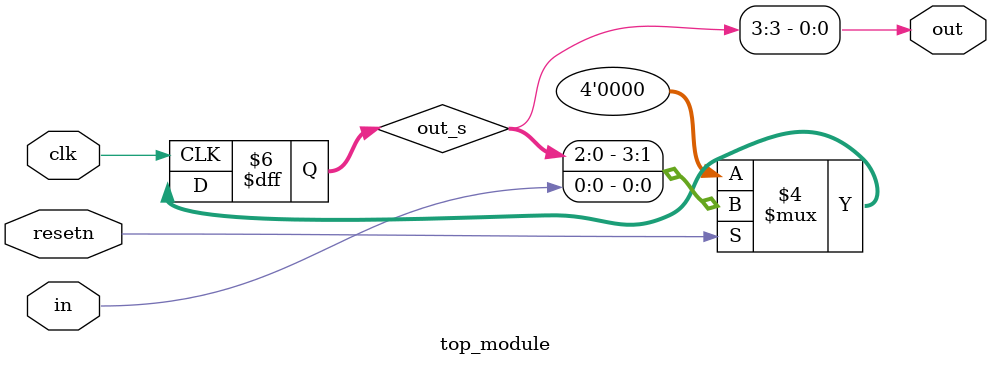
<source format=v>
module top_module (
    input clk,
    input resetn,   // synchronous reset
    input in,
    output out);
    
    reg [3:0] out_s;
    
    always @(posedge clk)
        begin
            if (!resetn)
                out_s <= 4'd0;
            else
                out_s <= {out_s[2:0],in};
        end
    
    assign out = out_s[3];
endmodule

</source>
